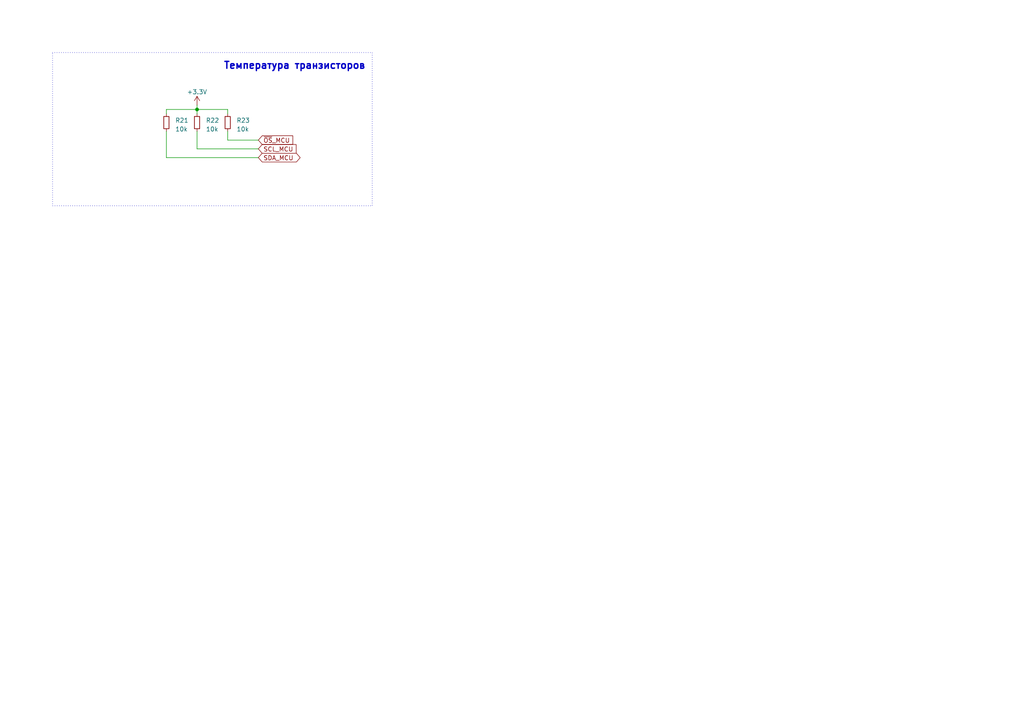
<source format=kicad_sch>
(kicad_sch (version 20230121) (generator eeschema)
  (paper "A4")
  (lib_symbols
    (symbol "Device:R_Small" (pin_numbers hide) (pin_names (offset 0.254) hide)
      (property "Reference" "R" (at 0.762 0.508 0))
      (property "Value" "R_Small" (at 0.762 -1.016 0))
      (symbol "R_Small_0_1"
        (rectangle (start -0.762 1.778) (end 0.762 -1.778) (stroke (width 0.2032)))
      )
      (symbol "R_Small_1_1"
        (pin passive line (at 0 2.54 270) (length 0.762) (name "~") (number "1"))
        (pin passive line (at 0 -2.54 90) (length 0.762) (name "~") (number "2"))
      )
    )
    (symbol "power:+3.3V" (power) (pin_names (offset 0))
      (property "Value" "+3.3V" (at 0 3.556 0))
      (symbol "+3.3V_0_1"
        (polyline (pts (xy -0.762 1.27) (xy 0 2.54)))
        (polyline (pts (xy 0 0) (xy 0 2.54)))
        (polyline (pts (xy 0 2.54) (xy 0.762 1.27)))
      )
      (symbol "+3.3V_1_1"
        (pin power_in line (at 0 0 90) (length 0) hide (name "+3.3V") (number "1"))
      )
    )
  )
  (junction (at 57.15 31.75))
  (wire (pts (xy 74.93 45.72) (xy 48.26 45.72)))
  (wire (pts (xy 74.93 40.64) (xy 66.04 40.64)))
  (wire (pts (xy 57.15 31.75) (xy 57.15 33.02)))
  (wire (pts (xy 57.15 30.48) (xy 57.15 31.75)))
  (wire (pts (xy 57.15 43.18) (xy 57.15 38.1)))
  (wire (pts (xy 66.04 33.02) (xy 66.04 31.75)))
  (wire (pts (xy 66.04 40.64) (xy 66.04 38.1)))
  (wire (pts (xy 48.26 31.75) (xy 57.15 31.75)))
  (wire (pts (xy 57.15 31.75) (xy 66.04 31.75)))
  (wire (pts (xy 48.26 33.02) (xy 48.26 31.75)))
  (wire (pts (xy 48.26 45.72) (xy 48.26 38.1)))
  (wire (pts (xy 74.93 43.18) (xy 57.15 43.18)))
  (rectangle (start 15.24 15.24) (end 107.95 59.69) (stroke (width 0) (type dot)))
  (text "Температура транзисторов" (at 64.77 20.32 0) (effects (font (size 2 2) bold) (justify left bottom)))
  (global_label "SDA_MCU" (shape bidirectional) (at 74.93 45.72 0) (property "Intersheetrefs" "${INTERSHEET_REFS}" (effects hide)))
  (global_label "SCL_MCU" (shape input) (at 74.93 43.18 0) (property "Intersheetrefs" "${INTERSHEET_REFS}" (effects hide)))
  (global_label "~{OS}_MCU" (shape input) (at 74.93 40.64 0) (property "Intersheetrefs" "${INTERSHEET_REFS}" (effects hide)))
  (symbol (lib_id "Device:R_Small") (at 66.04 35.56 180) (unit 1)
    (property "Reference" "R23" (at 68.58 34.925 0) (effects (justify right)))
    (property "Value" "10k" (at 68.58 37.465 0) (effects (justify right)))
    (property "Footprint" "Resistor_SMD:R_0603_1608Metric_Pad0.98x0.95mm_HandSolder" (effects hide))
    (instances (project "Плата управления" (path "" (reference "R23") (unit 1)) (path "" (reference "R17") (unit 1))) (project "Силовая плата" (path "" (reference "R2") (unit 1))))
  )
  (symbol (lib_id "power:+3.3V") (at 57.15 30.48 0) (unit 1)
    (property "Reference" "#PWR029" (effects hide))
    (property "Value" "+3.3V" (at 57.15 26.67 0))
  )
  (symbol (lib_id "Device:R_Small") (at 48.26 35.56 180) (unit 1)
    (property "Reference" "R21" (at 50.8 34.925 0) (effects (justify right)))
    (property "Value" "10k" (at 50.8 37.465 0) (effects (justify right)))
    (property "Footprint" "Resistor_SMD:R_0603_1608Metric_Pad0.98x0.95mm_HandSolder" (effects hide))
    (instances (project "Плата управления" (path "" (reference "R21") (unit 1)) (path "" (reference "R17") (unit 1))) (project "Силовая плата" (path "" (reference "R2") (unit 1))))
  )
  (symbol (lib_id "Device:R_Small") (at 57.15 35.56 180) (unit 1)
    (property "Reference" "R22" (at 59.69 34.925 0) (effects (justify right)))
    (property "Value" "10k" (at 59.69 37.465 0) (effects (justify right)))
    (property "Footprint" "Resistor_SMD:R_0603_1608Metric_Pad0.98x0.95mm_HandSolder" (effects hide))
    (instances (project "Плата управления" (path "" (reference "R22") (unit 1)) (path "" (reference "R17") (unit 1))) (project "Силовая плата" (path "" (reference "R2") (unit 1))))
  )
)
</source>
